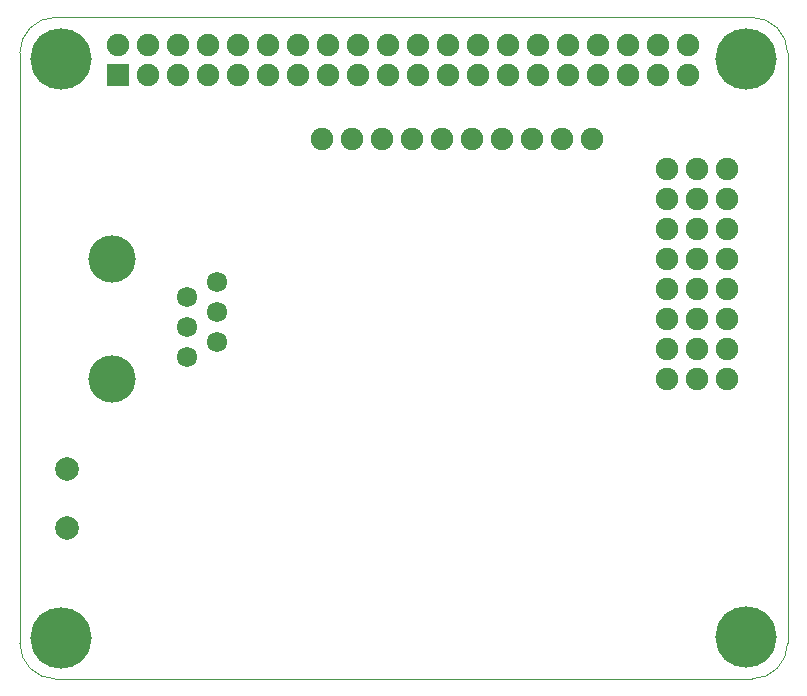
<source format=gbr>
G04 #@! TF.GenerationSoftware,KiCad,Pcbnew,(6.0.1)*
G04 #@! TF.CreationDate,2022-06-15T10:22:57-03:00*
G04 #@! TF.ProjectId,Pi-Hat,50692d48-6174-42e6-9b69-6361645f7063,rev?*
G04 #@! TF.SameCoordinates,Original*
G04 #@! TF.FileFunction,Soldermask,Bot*
G04 #@! TF.FilePolarity,Negative*
%FSLAX46Y46*%
G04 Gerber Fmt 4.6, Leading zero omitted, Abs format (unit mm)*
G04 Created by KiCad (PCBNEW (6.0.1)) date 2022-06-15 10:22:57*
%MOMM*%
%LPD*%
G01*
G04 APERTURE LIST*
G04 Aperture macros list*
%AMRoundRect*
0 Rectangle with rounded corners*
0 $1 Rounding radius*
0 $2 $3 $4 $5 $6 $7 $8 $9 X,Y pos of 4 corners*
0 Add a 4 corners polygon primitive as box body*
4,1,4,$2,$3,$4,$5,$6,$7,$8,$9,$2,$3,0*
0 Add four circle primitives for the rounded corners*
1,1,$1+$1,$2,$3*
1,1,$1+$1,$4,$5*
1,1,$1+$1,$6,$7*
1,1,$1+$1,$8,$9*
0 Add four rect primitives between the rounded corners*
20,1,$1+$1,$2,$3,$4,$5,0*
20,1,$1+$1,$4,$5,$6,$7,0*
20,1,$1+$1,$6,$7,$8,$9,0*
20,1,$1+$1,$8,$9,$2,$3,0*%
%AMHorizOval*
0 Thick line with rounded ends*
0 $1 width*
0 $2 $3 position (X,Y) of the first rounded end (center of the circle)*
0 $4 $5 position (X,Y) of the second rounded end (center of the circle)*
0 Add line between two ends*
20,1,$1,$2,$3,$4,$5,0*
0 Add two circle primitives to create the rounded ends*
1,1,$1,$2,$3*
1,1,$1,$4,$5*%
G04 Aperture macros list end*
G04 #@! TA.AperFunction,Profile*
%ADD10C,0.100000*%
G04 #@! TD*
%ADD11C,1.900000*%
%ADD12C,5.200000*%
%ADD13C,2.000000*%
%ADD14RoundRect,0.100000X-0.850000X0.850000X-0.850000X-0.850000X0.850000X-0.850000X0.850000X0.850000X0*%
%ADD15HorizOval,1.900000X0.000000X0.000000X0.000000X0.000000X0*%
%ADD16O,1.900000X1.900000*%
%ADD17HorizOval,1.900000X0.000000X0.000000X0.000000X0.000000X0*%
%ADD18C,1.724000*%
%ADD19C,4.000000*%
G04 APERTURE END LIST*
D10*
X78546356Y-63817611D02*
X78546356Y-113817611D01*
X81546356Y-60817611D02*
G75*
G03*
X78546356Y-63817611I0J-3000000D01*
G01*
X140546356Y-60817611D02*
X81546356Y-60817611D01*
X143546356Y-63817611D02*
G75*
G03*
X140546356Y-60817611I-3000000J0D01*
G01*
X143546356Y-113817611D02*
X143546356Y-63817611D01*
X78546356Y-113817611D02*
G75*
G03*
X81546356Y-116817611I3000000J0D01*
G01*
X81546356Y-116817611D02*
X140546356Y-116817611D01*
X140546356Y-116817611D02*
G75*
G03*
X143546351Y-113822847I0J3000000D01*
G01*
D11*
X104140000Y-71120000D03*
X106680000Y-71120000D03*
X109220000Y-71120000D03*
X111760000Y-71120000D03*
X114300000Y-71120000D03*
X116840000Y-71120000D03*
X119380000Y-71120000D03*
X121920000Y-71120000D03*
X124460000Y-71120000D03*
X127000000Y-71120000D03*
X133359410Y-73660000D03*
X133359410Y-76200000D03*
X133359410Y-78740000D03*
X133359410Y-81280000D03*
X133359410Y-83820000D03*
X133359410Y-86360000D03*
X133359410Y-88900000D03*
X133359410Y-91440000D03*
X138430000Y-91440000D03*
X138430000Y-88900000D03*
X138430000Y-86360000D03*
X138430000Y-83820000D03*
X138430000Y-81280000D03*
X138430000Y-78740000D03*
X138430000Y-76200000D03*
X138430000Y-73660000D03*
X135890000Y-73660000D03*
X135890000Y-76200000D03*
X135890000Y-78740000D03*
X135890000Y-81280000D03*
X135890000Y-83820000D03*
X135890000Y-86360000D03*
X135890000Y-88900000D03*
X135890000Y-91440000D03*
D12*
X82046356Y-64317611D03*
X140040000Y-64330000D03*
X82040000Y-113320000D03*
X140030000Y-113310000D03*
D13*
X82550000Y-104060000D03*
X82550000Y-99060000D03*
D14*
X86868000Y-65659000D03*
D15*
X86868000Y-63119000D03*
D16*
X89408000Y-65659000D03*
D17*
X89408000Y-63119000D03*
D16*
X91948000Y-65659000D03*
D15*
X91948000Y-63119000D03*
D16*
X94488000Y-65659000D03*
X94488000Y-63119000D03*
D15*
X97028000Y-65659000D03*
D16*
X97028000Y-63119000D03*
X99568000Y-65659000D03*
X99568000Y-63119000D03*
X102108000Y-65659000D03*
D15*
X102108000Y-63119000D03*
D16*
X104648000Y-65659000D03*
X104648000Y-63119000D03*
D17*
X107188000Y-65659000D03*
D16*
X107188000Y-63119000D03*
X109728000Y-65659000D03*
D15*
X109728000Y-63119000D03*
D16*
X112268000Y-65659000D03*
X112268000Y-63119000D03*
X114808000Y-65659000D03*
X114808000Y-63119000D03*
X117348000Y-65659000D03*
X117348000Y-63119000D03*
X119888000Y-65659000D03*
X119888000Y-63119000D03*
X122428000Y-65659000D03*
D15*
X122428000Y-63119000D03*
D16*
X124968000Y-65659000D03*
X124968000Y-63119000D03*
X127508000Y-65659000D03*
D15*
X127508000Y-63119000D03*
D16*
X130048000Y-65659000D03*
X130048000Y-63119000D03*
X132588000Y-65659000D03*
X132588000Y-63119000D03*
D15*
X135128000Y-65659000D03*
D16*
X135128000Y-63119000D03*
D18*
X92710000Y-89530000D03*
D19*
X86360000Y-81280000D03*
X86360000Y-91440000D03*
D18*
X92710000Y-86990000D03*
X92710000Y-84450000D03*
X95250000Y-88260000D03*
X95250000Y-85720000D03*
X95250000Y-83180000D03*
M02*

</source>
